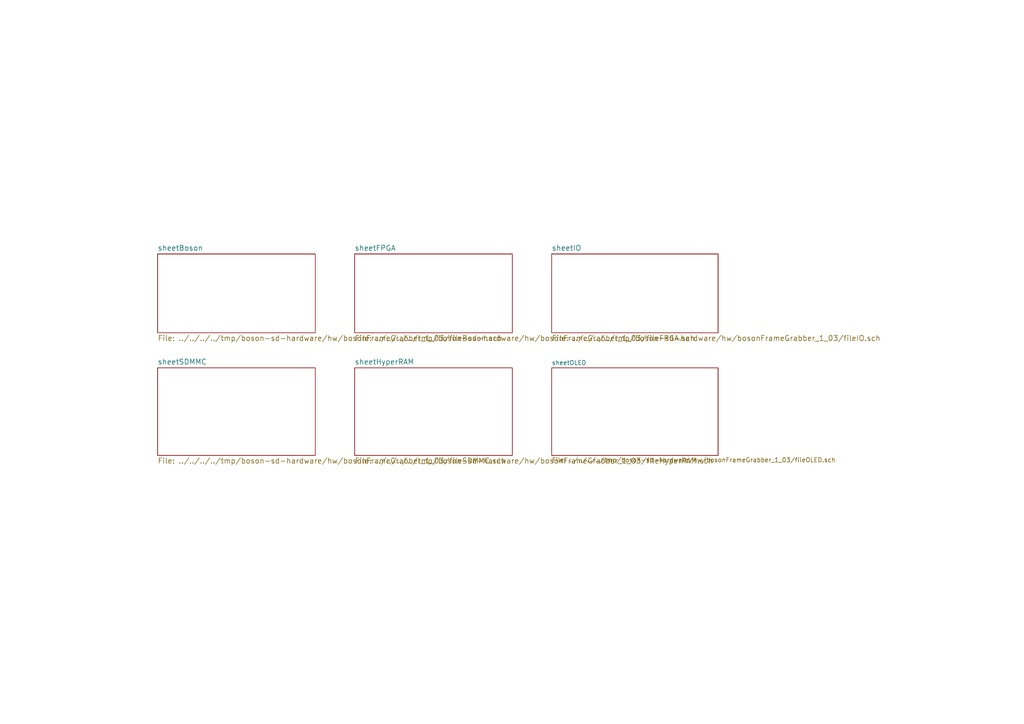
<source format=kicad_sch>
(kicad_sch (version 20230121) (generator eeschema)
  (paper "A4")
  (lib_symbols)
  (sheet (at 102.87 73.66) (size 45.72 22.86)
    (property "Sheetname" "sheetFPGA" (at 102.87 72.8214 0) (effects (font (size 1.524 1.524)) (justify left bottom)))
    (property "Sheetfile" "../../../../tmp/boson-sd-hardware/hw/bosonFrameGrabber_1_03/fileFPGA.sch" (at 102.87 97.2062 0) (effects (font (size 1.524 1.524)) (justify left top)))
  )
  (sheet (at 45.72 73.66) (size 45.72 22.86)
    (property "Sheetname" "sheetBoson" (at 45.72 72.8214 0) (effects (font (size 1.524 1.524)) (justify left bottom)))
    (property "Sheetfile" "../../../../tmp/boson-sd-hardware/hw/bosonFrameGrabber_1_03/fileBoson.sch" (at 45.72 97.2062 0) (effects (font (size 1.524 1.524)) (justify left top)))
  )
  (sheet (at 160.02 73.66) (size 48.26 22.86)
    (property "Sheetname" "sheetIO" (at 160.02 72.8214 0) (effects (font (size 1.524 1.524)) (justify left bottom)))
    (property "Sheetfile" "../../../../tmp/boson-sd-hardware/hw/bosonFrameGrabber_1_03/fileIO.sch" (at 160.02 97.2062 0) (effects (font (size 1.524 1.524)) (justify left top)))
  )
  (sheet (at 102.87 106.68) (size 45.72 25.4)
    (property "Sheetname" "sheetHyperRAM" (at 102.87 105.8414 0) (effects (font (size 1.524 1.524)) (justify left bottom)))
    (property "Sheetfile" "../../../../tmp/boson-sd-hardware/hw/bosonFrameGrabber_1_03/fileHyperRAM.sch" (at 102.87 132.7662 0) (effects (font (size 1.524 1.524)) (justify left top)))
  )
  (sheet (at 45.72 106.68) (size 45.72 25.4)
    (property "Sheetname" "sheetSDMMC" (at 45.72 105.8414 0) (effects (font (size 1.524 1.524)) (justify left bottom)))
    (property "Sheetfile" "../../../../tmp/boson-sd-hardware/hw/bosonFrameGrabber_1_03/fileSDMMC.sch" (at 45.72 132.7662 0) (effects (font (size 1.524 1.524)) (justify left top)))
  )
  (sheet (at 160.02 106.68) (size 48.26 25.4)
    (property "Sheetname" "sheetOLED" (at 160.02 105.9684 0) (effects (justify left bottom)))
    (property "Sheetfile" "../../../../tmp/boson-sd-hardware/hw/bosonFrameGrabber_1_03/fileOLED.sch" (at 160.02 132.6646 0) (effects (justify left top)))
  )
)
</source>
